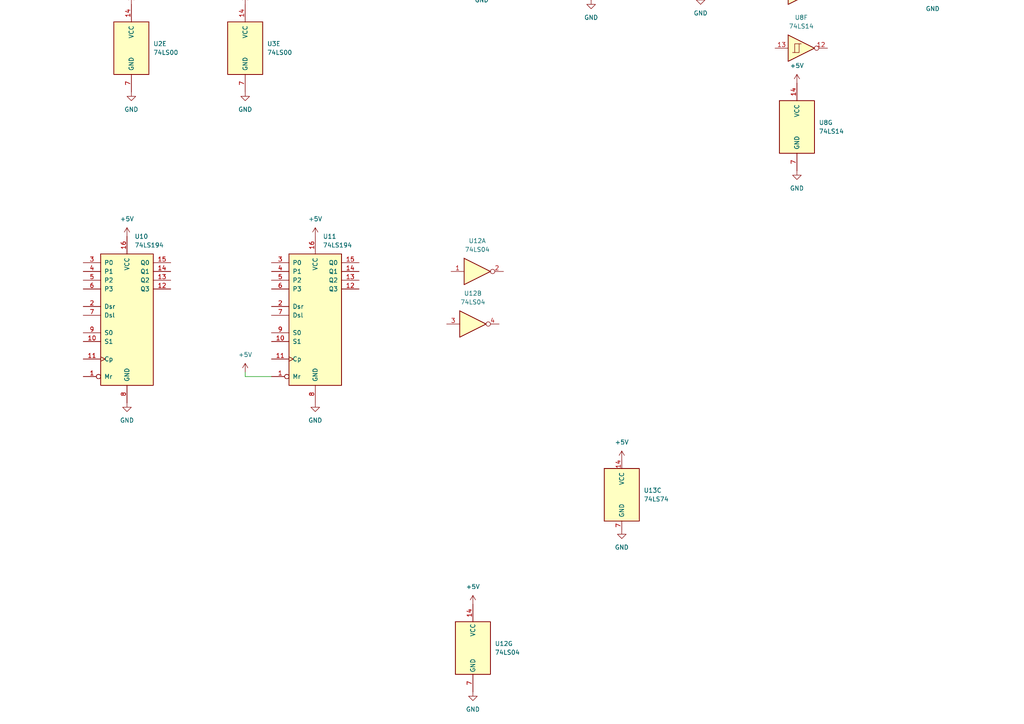
<source format=kicad_sch>
(kicad_sch (version 20230121) (generator eeschema)
  (paper "A4")
  (lib_symbols
    (symbol "74xx:74LS00" (pin_names (offset 1.016))
      (property "Reference" "U" (at 0 1.27 0))
      (property "Value" "74LS00" (at 0 -1.27 0))
      (symbol "74LS00_1_1"
        (arc (start 0 -3.81) (mid 3.7934 0) (end 0 3.81) (stroke (width 0.254)) (fill (type background)))
        (polyline (pts (xy 0 3.81) (xy -3.81 3.81) (xy -3.81 -3.81) (xy 0 -3.81)) (stroke (width 0.254)) (fill (type background)))
        (pin input line (at -7.62 2.54 0) (length 3.81) (name "~") (number "1"))
        (pin input line (at -7.62 -2.54 0) (length 3.81) (name "~") (number "2"))
        (pin output inverted (at 7.62 0 180) (length 3.81) (name "~") (number "3"))
      )
      (symbol "74LS00_1_2"
        (arc (start -3.81 -3.81) (mid -2.589 0) (end -3.81 3.81) (stroke (width 0.254)))
        (arc (start -0.6096 -3.81) (mid 2.1842 -2.5851) (end 3.81 0) (stroke (width 0.254)) (fill (type background)))
        (polyline (pts (xy -3.81 -3.81) (xy -0.635 -3.81)) (stroke (width 0.254)) (fill (type background)))
        (polyline (pts (xy -3.81 3.81) (xy -0.635 3.81)) (stroke (width 0.254)) (fill (type background)))
        (polyline (pts (xy -0.635 3.81) (xy -3.81 3.81) (xy -3.81 3.81) (xy -3.556 3.4036) (xy -3.0226 2.2606) (xy -2.6924 1.0414) (xy -2.6162 -0.254) (xy -2.7686 -1.4986) (xy -3.175 -2.7178) (xy -3.81 -3.81) (xy -3.81 -3.81) (xy -0.635 -3.81)) (stroke (width -25.4)) (fill (type background)))
        (arc (start 3.81 0) (mid 2.1915 2.5936) (end -0.6096 3.81) (stroke (width 0.254)) (fill (type background)))
        (pin input inverted (at -7.62 2.54 0) (length 4.318) (name "~") (number "1"))
        (pin input inverted (at -7.62 -2.54 0) (length 4.318) (name "~") (number "2"))
        (pin output line (at 7.62 0 180) (length 3.81) (name "~") (number "3"))
      )
      (symbol "74LS00_2_1"
        (arc (start 0 -3.81) (mid 3.7934 0) (end 0 3.81) (stroke (width 0.254)) (fill (type background)))
        (polyline (pts (xy 0 3.81) (xy -3.81 3.81) (xy -3.81 -3.81) (xy 0 -3.81)) (stroke (width 0.254)) (fill (type background)))
        (pin input line (at -7.62 2.54 0) (length 3.81) (name "~") (number "4"))
        (pin input line (at -7.62 -2.54 0) (length 3.81) (name "~") (number "5"))
        (pin output inverted (at 7.62 0 180) (length 3.81) (name "~") (number "6"))
      )
      (symbol "74LS00_2_2"
        (arc (start -3.81 -3.81) (mid -2.589 0) (end -3.81 3.81) (stroke (width 0.254)))
        (arc (start -0.6096 -3.81) (mid 2.1842 -2.5851) (end 3.81 0) (stroke (width 0.254)) (fill (type background)))
        (polyline (pts (xy -3.81 -3.81) (xy -0.635 -3.81)) (stroke (width 0.254)) (fill (type background)))
        (polyline (pts (xy -3.81 3.81) (xy -0.635 3.81)) (stroke (width 0.254)) (fill (type background)))
        (polyline (pts (xy -0.635 3.81) (xy -3.81 3.81) (xy -3.81 3.81) (xy -3.556 3.4036) (xy -3.0226 2.2606) (xy -2.6924 1.0414) (xy -2.6162 -0.254) (xy -2.7686 -1.4986) (xy -3.175 -2.7178) (xy -3.81 -3.81) (xy -3.81 -3.81) (xy -0.635 -3.81)) (stroke (width -25.4)) (fill (type background)))
        (arc (start 3.81 0) (mid 2.1915 2.5936) (end -0.6096 3.81) (stroke (width 0.254)) (fill (type background)))
        (pin input inverted (at -7.62 2.54 0) (length 4.318) (name "~") (number "4"))
        (pin input inverted (at -7.62 -2.54 0) (length 4.318) (name "~") (number "5"))
        (pin output line (at 7.62 0 180) (length 3.81) (name "~") (number "6"))
      )
      (symbol "74LS00_3_1"
        (arc (start 0 -3.81) (mid 3.7934 0) (end 0 3.81) (stroke (width 0.254)) (fill (type background)))
        (polyline (pts (xy 0 3.81) (xy -3.81 3.81) (xy -3.81 -3.81) (xy 0 -3.81)) (stroke (width 0.254)) (fill (type background)))
        (pin input line (at -7.62 -2.54 0) (length 3.81) (name "~") (number "10"))
        (pin output inverted (at 7.62 0 180) (length 3.81) (name "~") (number "8"))
        (pin input line (at -7.62 2.54 0) (length 3.81) (name "~") (number "9"))
      )
      (symbol "74LS00_3_2"
        (arc (start -3.81 -3.81) (mid -2.589 0) (end -3.81 3.81) (stroke (width 0.254)))
        (arc (start -0.6096 -3.81) (mid 2.1842 -2.5851) (end 3.81 0) (stroke (width 0.254)) (fill (type background)))
        (polyline (pts (xy -3.81 -3.81) (xy -0.635 -3.81)) (stroke (width 0.254)) (fill (type background)))
        (polyline (pts (xy -3.81 3.81) (xy -0.635 3.81)) (stroke (width 0.254)) (fill (type background)))
        (polyline (pts (xy -0.635 3.81) (xy -3.81 3.81) (xy -3.81 3.81) (xy -3.556 3.4036) (xy -3.0226 2.2606) (xy -2.6924 1.0414) (xy -2.6162 -0.254) (xy -2.7686 -1.4986) (xy -3.175 -2.7178) (xy -3.81 -3.81) (xy -3.81 -3.81) (xy -0.635 -3.81)) (stroke (width -25.4)) (fill (type background)))
        (arc (start 3.81 0) (mid 2.1915 2.5936) (end -0.6096 3.81) (stroke (width 0.254)) (fill (type background)))
        (pin input inverted (at -7.62 -2.54 0) (length 4.318) (name "~") (number "10"))
        (pin output line (at 7.62 0 180) (length 3.81) (name "~") (number "8"))
        (pin input inverted (at -7.62 2.54 0) (length 4.318) (name "~") (number "9"))
      )
      (symbol "74LS00_4_1"
        (arc (start 0 -3.81) (mid 3.7934 0) (end 0 3.81) (stroke (width 0.254)) (fill (type background)))
        (polyline (pts (xy 0 3.81) (xy -3.81 3.81) (xy -3.81 -3.81) (xy 0 -3.81)) (stroke (width 0.254)) (fill (type background)))
        (pin output inverted (at 7.62 0 180) (length 3.81) (name "~") (number "11"))
        (pin input line (at -7.62 2.54 0) (length 3.81) (name "~") (number "12"))
        (pin input line (at -7.62 -2.54 0) (length 3.81) (name "~") (number "13"))
      )
      (symbol "74LS00_4_2"
        (arc (start -3.81 -3.81) (mid -2.589 0) (end -3.81 3.81) (stroke (width 0.254)))
        (arc (start -0.6096 -3.81) (mid 2.1842 -2.5851) (end 3.81 0) (stroke (width 0.254)) (fill (type background)))
        (polyline (pts (xy -3.81 -3.81) (xy -0.635 -3.81)) (stroke (width 0.254)) (fill (type background)))
        (polyline (pts (xy -3.81 3.81) (xy -0.635 3.81)) (stroke (width 0.254)) (fill (type background)))
        (polyline (pts (xy -0.635 3.81) (xy -3.81 3.81) (xy -3.81 3.81) (xy -3.556 3.4036) (xy -3.0226 2.2606) (xy -2.6924 1.0414) (xy -2.6162 -0.254) (xy -2.7686 -1.4986) (xy -3.175 -2.7178) (xy -3.81 -3.81) (xy -3.81 -3.81) (xy -0.635 -3.81)) (stroke (width -25.4)) (fill (type background)))
        (arc (start 3.81 0) (mid 2.1915 2.5936) (end -0.6096 3.81) (stroke (width 0.254)) (fill (type background)))
        (pin output line (at 7.62 0 180) (length 3.81) (name "~") (number "11"))
        (pin input inverted (at -7.62 2.54 0) (length 4.318) (name "~") (number "12"))
        (pin input inverted (at -7.62 -2.54 0) (length 4.318) (name "~") (number "13"))
      )
      (symbol "74LS00_5_0"
        (pin power_in line (at 0 12.7 270) (length 5.08) (name "VCC") (number "14"))
        (pin power_in line (at 0 -12.7 90) (length 5.08) (name "GND") (number "7"))
      )
      (symbol "74LS00_5_1"
        (rectangle (start -5.08 7.62) (end 5.08 -7.62) (stroke (width 0.254)) (fill (type background)))
      )
    )
    (symbol "74xx:74LS04"
      (property "Reference" "U" (at 0 1.27 0))
      (property "Value" "74LS04" (at 0 -1.27 0))
      (symbol "74LS04_1_0"
        (polyline (pts (xy -3.81 3.81) (xy -3.81 -3.81) (xy 3.81 0) (xy -3.81 3.81)) (stroke (width 0.254)) (fill (type background)))
        (pin input line (at -7.62 0 0) (length 3.81) (name "~") (number "1"))
        (pin output inverted (at 7.62 0 180) (length 3.81) (name "~") (number "2"))
      )
      (symbol "74LS04_2_0"
        (polyline (pts (xy -3.81 3.81) (xy -3.81 -3.81) (xy 3.81 0) (xy -3.81 3.81)) (stroke (width 0.254)) (fill (type background)))
        (pin input line (at -7.62 0 0) (length 3.81) (name "~") (number "3"))
        (pin output inverted (at 7.62 0 180) (length 3.81) (name "~") (number "4"))
      )
      (symbol "74LS04_3_0"
        (polyline (pts (xy -3.81 3.81) (xy -3.81 -3.81) (xy 3.81 0) (xy -3.81 3.81)) (stroke (width 0.254)) (fill (type background)))
        (pin input line (at -7.62 0 0) (length 3.81) (name "~") (number "5"))
        (pin output inverted (at 7.62 0 180) (length 3.81) (name "~") (number "6"))
      )
      (symbol "74LS04_4_0"
        (polyline (pts (xy -3.81 3.81) (xy -3.81 -3.81) (xy 3.81 0) (xy -3.81 3.81)) (stroke (width 0.254)) (fill (type background)))
        (pin output inverted (at 7.62 0 180) (length 3.81) (name "~") (number "8"))
        (pin input line (at -7.62 0 0) (length 3.81) (name "~") (number "9"))
      )
      (symbol "74LS04_5_0"
        (polyline (pts (xy -3.81 3.81) (xy -3.81 -3.81) (xy 3.81 0) (xy -3.81 3.81)) (stroke (width 0.254)) (fill (type background)))
        (pin output inverted (at 7.62 0 180) (length 3.81) (name "~") (number "10"))
        (pin input line (at -7.62 0 0) (length 3.81) (name "~") (number "11"))
      )
      (symbol "74LS04_6_0"
        (polyline (pts (xy -3.81 3.81) (xy -3.81 -3.81) (xy 3.81 0) (xy -3.81 3.81)) (stroke (width 0.254)) (fill (type background)))
        (pin output inverted (at 7.62 0 180) (length 3.81) (name "~") (number "12"))
        (pin input line (at -7.62 0 0) (length 3.81) (name "~") (number "13"))
      )
      (symbol "74LS04_7_0"
        (pin power_in line (at 0 12.7 270) (length 5.08) (name "VCC") (number "14"))
        (pin power_in line (at 0 -12.7 90) (length 5.08) (name "GND") (number "7"))
      )
      (symbol "74LS04_7_1"
        (rectangle (start -5.08 7.62) (end 5.08 -7.62) (stroke (width 0.254)) (fill (type background)))
      )
    )
    (symbol "74xx:74LS107" (pin_names (offset 1.016))
      (property "Reference" "U" (at -7.62 8.89 0))
      (property "Value" "74LS107" (at -7.62 -8.89 0))
      (symbol "74LS107_1_0"
        (pin input line (at -7.62 2.54 0) (length 2.54) (name "J") (number "1"))
        (pin input clock (at -7.62 0 0) (length 2.54) (name "C") (number "12"))
        (pin input line (at 0 -7.62 90) (length 2.54) (name "~{R}") (number "13"))
        (pin output line (at 7.62 -2.54 180) (length 2.54) (name "~{Q}") (number "2"))
        (pin output line (at 7.62 2.54 180) (length 2.54) (name "Q") (number "3"))
        (pin input line (at -7.62 -2.54 0) (length 2.54) (name "K") (number "4"))
      )
      (symbol "74LS107_1_1"
        (rectangle (start -5.08 5.08) (end 5.08 -5.08) (stroke (width 0.254)) (fill (type background)))
      )
      (symbol "74LS107_2_0"
        (pin input line (at 0 -7.62 90) (length 2.54) (name "~{R}") (number "10"))
        (pin input line (at -7.62 -2.54 0) (length 2.54) (name "K") (number "11"))
        (pin output line (at 7.62 2.54 180) (length 2.54) (name "Q") (number "5"))
        (pin output line (at 7.62 -2.54 180) (length 2.54) (name "~{Q}") (number "6"))
        (pin input line (at -7.62 2.54 0) (length 2.54) (name "J") (number "8"))
        (pin input clock (at -7.62 0 0) (length 2.54) (name "C") (number "9"))
      )
      (symbol "74LS107_2_1"
        (rectangle (start -5.08 5.08) (end 5.08 -5.08) (stroke (width 0.254)) (fill (type background)))
      )
      (symbol "74LS107_3_0"
        (pin power_in line (at 0 10.16 270) (length 2.54) (name "VCC") (number "14"))
        (pin power_in line (at 0 -10.16 90) (length 2.54) (name "GND") (number "7"))
      )
      (symbol "74LS107_3_1"
        (rectangle (start -5.08 7.62) (end 5.08 -7.62) (stroke (width 0.254)) (fill (type background)))
      )
    )
    (symbol "74xx:74LS14" (pin_names (offset 1.016))
      (property "Reference" "U" (at 0 1.27 0))
      (property "Value" "74LS14" (at 0 -1.27 0))
      (symbol "74LS14_1_0"
        (polyline (pts (xy -3.81 3.81) (xy -3.81 -3.81) (xy 3.81 0) (xy -3.81 3.81)) (stroke (width 0.254)) (fill (type background)))
        (pin input line (at -7.62 0 0) (length 3.81) (name "~") (number "1"))
        (pin output inverted (at 7.62 0 180) (length 3.81) (name "~") (number "2"))
      )
      (symbol "74LS14_1_1"
        (polyline (pts (xy -1.905 -1.27) (xy -1.905 1.27) (xy -0.635 1.27)))
        (polyline (pts (xy -2.54 -1.27) (xy -0.635 -1.27) (xy -0.635 1.27) (xy 0 1.27)))
      )
      (symbol "74LS14_2_0"
        (polyline (pts (xy -3.81 3.81) (xy -3.81 -3.81) (xy 3.81 0) (xy -3.81 3.81)) (stroke (width 0.254)) (fill (type background)))
        (pin input line (at -7.62 0 0) (length 3.81) (name "~") (number "3"))
        (pin output inverted (at 7.62 0 180) (length 3.81) (name "~") (number "4"))
      )
      (symbol "74LS14_2_1"
        (polyline (pts (xy -1.905 -1.27) (xy -1.905 1.27) (xy -0.635 1.27)))
        (polyline (pts (xy -2.54 -1.27) (xy -0.635 -1.27) (xy -0.635 1.27) (xy 0 1.27)))
      )
      (symbol "74LS14_3_0"
        (polyline (pts (xy -3.81 3.81) (xy -3.81 -3.81) (xy 3.81 0) (xy -3.81 3.81)) (stroke (width 0.254)) (fill (type background)))
        (pin input line (at -7.62 0 0) (length 3.81) (name "~") (number "5"))
        (pin output inverted (at 7.62 0 180) (length 3.81) (name "~") (number "6"))
      )
      (symbol "74LS14_3_1"
        (polyline (pts (xy -1.905 -1.27) (xy -1.905 1.27) (xy -0.635 1.27)))
        (polyline (pts (xy -2.54 -1.27) (xy -0.635 -1.27) (xy -0.635 1.27) (xy 0 1.27)))
      )
      (symbol "74LS14_4_0"
        (polyline (pts (xy -3.81 3.81) (xy -3.81 -3.81) (xy 3.81 0) (xy -3.81 3.81)) (stroke (width 0.254)) (fill (type background)))
        (pin output inverted (at 7.62 0 180) (length 3.81) (name "~") (number "8"))
        (pin input line (at -7.62 0 0) (length 3.81) (name "~") (number "9"))
      )
      (symbol "74LS14_4_1"
        (polyline (pts (xy -1.905 -1.27) (xy -1.905 1.27) (xy -0.635 1.27)))
        (polyline (pts (xy -2.54 -1.27) (xy -0.635 -1.27) (xy -0.635 1.27) (xy 0 1.27)))
      )
      (symbol "74LS14_5_0"
        (polyline (pts (xy -3.81 3.81) (xy -3.81 -3.81) (xy 3.81 0) (xy -3.81 3.81)) (stroke (width 0.254)) (fill (type background)))
        (pin output inverted (at 7.62 0 180) (length 3.81) (name "~") (number "10"))
        (pin input line (at -7.62 0 0) (length 3.81) (name "~") (number "11"))
      )
      (symbol "74LS14_5_1"
        (polyline (pts (xy -1.905 -1.27) (xy -1.905 1.27) (xy -0.635 1.27)))
        (polyline (pts (xy -2.54 -1.27) (xy -0.635 -1.27) (xy -0.635 1.27) (xy 0 1.27)))
      )
      (symbol "74LS14_6_0"
        (polyline (pts (xy -3.81 3.81) (xy -3.81 -3.81) (xy 3.81 0) (xy -3.81 3.81)) (stroke (width 0.254)) (fill (type background)))
        (pin output inverted (at 7.62 0 180) (length 3.81) (name "~") (number "12"))
        (pin input line (at -7.62 0 0) (length 3.81) (name "~") (number "13"))
      )
      (symbol "74LS14_6_1"
        (polyline (pts (xy -1.905 -1.27) (xy -1.905 1.27) (xy -0.635 1.27)))
        (polyline (pts (xy -2.54 -1.27) (xy -0.635 -1.27) (xy -0.635 1.27) (xy 0 1.27)))
      )
      (symbol "74LS14_7_0"
        (pin power_in line (at 0 12.7 270) (length 5.08) (name "VCC") (number "14"))
        (pin power_in line (at 0 -12.7 90) (length 5.08) (name "GND") (number "7"))
      )
      (symbol "74LS14_7_1"
        (rectangle (start -5.08 7.62) (end 5.08 -7.62) (stroke (width 0.254)) (fill (type background)))
      )
    )
    (symbol "74xx:74LS157" (pin_names (offset 1.016))
      (property "Reference" "U" (at -7.62 19.05 0))
      (property "Value" "74LS157" (at -7.62 -21.59 0))
      (symbol "74LS157_1_0"
        (pin input line (at -12.7 -15.24 0) (length 5.08) (name "S") (number "1"))
        (pin input line (at -12.7 -2.54 0) (length 5.08) (name "I1c") (number "10"))
        (pin input line (at -12.7 0 0) (length 5.08) (name "I0c") (number "11"))
        (pin output line (at 12.7 -7.62 180) (length 5.08) (name "Zd") (number "12"))
        (pin input line (at -12.7 -10.16 0) (length 5.08) (name "I1d") (number "13"))
        (pin input line (at -12.7 -7.62 0) (length 5.08) (name "I0d") (number "14"))
        (pin input inverted (at -12.7 -17.78 0) (length 5.08) (name "E") (number "15"))
        (pin power_in line (at 0 22.86 270) (length 5.08) (name "VCC") (number "16"))
        (pin input line (at -12.7 15.24 0) (length 5.08) (name "I0a") (number "2"))
        (pin input line (at -12.7 12.7 0) (length 5.08) (name "I1a") (number "3"))
        (pin output line (at 12.7 15.24 180) (length 5.08) (name "Za") (number "4"))
        (pin input line (at -12.7 7.62 0) (length 5.08) (name "I0b") (number "5"))
        (pin input line (at -12.7 5.08 0) (length 5.08) (name "I1b") (number "6"))
        (pin output line (at 12.7 7.62 180) (length 5.08) (name "Zb") (number "7"))
        (pin power_in line (at 0 -25.4 90) (length 5.08) (name "GND") (number "8"))
        (pin output line (at 12.7 0 180) (length 5.08) (name "Zc") (number "9"))
      )
      (symbol "74LS157_1_1"
        (rectangle (start -7.62 17.78) (end 7.62 -20.32) (stroke (width 0.254)) (fill (type background)))
      )
    )
    (symbol "74xx:74LS194" (pin_names (offset 1.016))
      (property "Reference" "U" (at -7.62 19.05 0))
      (property "Value" "74LS194" (at -7.62 -21.59 0))
      (symbol "74LS194_1_0"
        (pin input inverted (at -12.7 -17.78 0) (length 5.08) (name "Mr") (number "1"))
        (pin input line (at -12.7 -7.62 0) (length 5.08) (name "S1") (number "10"))
        (pin input clock (at -12.7 -12.7 0) (length 5.08) (name "Cp") (number "11"))
        (pin output line (at 12.7 7.62 180) (length 5.08) (name "Q3") (number "12"))
        (pin output line (at 12.7 10.16 180) (length 5.08) (name "Q2") (number "13"))
        (pin output line (at 12.7 12.7 180) (length 5.08) (name "Q1") (number "14"))
        (pin output line (at 12.7 15.24 180) (length 5.08) (name "Q0") (number "15"))
        (pin power_in line (at 0 22.86 270) (length 5.08) (name "VCC") (number "16"))
        (pin input line (at -12.7 2.54 0) (length 5.08) (name "Dsr") (number "2"))
        (pin input line (at -12.7 15.24 0) (length 5.08) (name "P0") (number "3"))
        (pin input line (at -12.7 12.7 0) (length 5.08) (name "P1") (number "4"))
        (pin input line (at -12.7 10.16 0) (length 5.08) (name "P2") (number "5"))
        (pin input line (at -12.7 7.62 0) (length 5.08) (name "P3") (number "6"))
        (pin input line (at -12.7 0 0) (length 5.08) (name "Dsl") (number "7"))
        (pin power_in line (at 0 -25.4 90) (length 5.08) (name "GND") (number "8"))
        (pin input line (at -12.7 -5.08 0) (length 5.08) (name "S0") (number "9"))
      )
      (symbol "74LS194_1_1"
        (rectangle (start -7.62 17.78) (end 7.62 -20.32) (stroke (width 0.254)) (fill (type background)))
      )
    )
    (symbol "74xx:74LS20" (pin_names (offset 1.016))
      (property "Reference" "U" (at 0 1.27 0))
      (property "Value" "74LS20" (at 0 -1.27 0))
      (symbol "74LS20_1_1"
        (arc (start -0.635 -4.445) (mid 3.7907 0) (end -0.635 4.445) (stroke (width 0.254)) (fill (type background)))
        (polyline (pts (xy -0.635 4.445) (xy -3.81 4.445) (xy -3.81 -4.445) (xy -0.635 -4.445)) (stroke (width 0.254)) (fill (type background)))
        (pin input line (at -7.62 3.81 0) (length 3.81) (name "~") (number "1"))
        (pin input line (at -7.62 1.27 0) (length 3.81) (name "~") (number "2"))
        (pin input line (at -7.62 -1.27 0) (length 3.81) (name "~") (number "4"))
        (pin input line (at -7.62 -3.81 0) (length 3.81) (name "~") (number "5"))
        (pin output inverted (at 7.62 0 180) (length 3.81) (name "~") (number "6"))
      )
      (symbol "74LS20_1_2"
        (arc (start -3.81 -4.445) (mid -2.5908 0) (end -3.81 4.445) (stroke (width 0.254)))
        (arc (start -0.6096 -4.445) (mid 2.2246 -2.8422) (end 3.81 0) (stroke (width 0.254)) (fill (type background)))
        (polyline (pts (xy -3.81 -4.445) (xy -0.635 -4.445)) (stroke (width 0.254)) (fill (type background)))
        (polyline (pts (xy -3.81 4.445) (xy -0.635 4.445)) (stroke (width 0.254)) (fill (type background)))
        (polyline (pts (xy -0.635 4.445) (xy -3.81 4.445) (xy -3.81 4.445) (xy -3.6322 4.0894) (xy -3.0988 2.921) (xy -2.7686 1.6764) (xy -2.6162 0.4318) (xy -2.6416 -0.8636) (xy -2.8702 -2.1082) (xy -3.2512 -3.3274) (xy -3.81 -4.445) (xy -3.81 -4.445) (xy -0.635 -4.445)) (stroke (width -25.4)) (fill (type background)))
        (arc (start 3.81 0) (mid 2.2204 2.8379) (end -0.6096 4.445) (stroke (width 0.254)) (fill (type background)))
        (pin input inverted (at -7.62 3.81 0) (length 3.81) (name "~") (number "1"))
        (pin input inverted (at -7.62 1.27 0) (length 4.826) (name "~") (number "2"))
        (pin input inverted (at -7.62 -1.27 0) (length 4.826) (name "~") (number "4"))
        (pin input inverted (at -7.62 -3.81 0) (length 3.81) (name "~") (number "5"))
        (pin output line (at 7.62 0 180) (length 3.81) (name "~") (number "6"))
      )
      (symbol "74LS20_2_1"
        (arc (start -0.635 -4.445) (mid 3.7907 0) (end -0.635 4.445) (stroke (width 0.254)) (fill (type background)))
        (polyline (pts (xy -0.635 4.445) (xy -3.81 4.445) (xy -3.81 -4.445) (xy -0.635 -4.445)) (stroke (width 0.254)) (fill (type background)))
        (pin input line (at -7.62 1.27 0) (length 3.81) (name "~") (number "10"))
        (pin input line (at -7.62 -1.27 0) (length 3.81) (name "~") (number "12"))
        (pin input line (at -7.62 -3.81 0) (length 3.81) (name "~") (number "13"))
        (pin output inverted (at 7.62 0 180) (length 3.81) (name "~") (number "8"))
        (pin input line (at -7.62 3.81 0) (length 3.81) (name "~") (number "9"))
      )
      (symbol "74LS20_2_2"
        (arc (start -3.81 -4.445) (mid -2.5908 0) (end -3.81 4.445) (stroke (width 0.254)))
        (arc (start -0.6096 -4.445) (mid 2.2246 -2.8422) (end 3.81 0) (stroke (width 0.254)) (fill (type background)))
        (polyline (pts (xy -3.81 -4.445) (xy -0.635 -4.445)) (stroke (width 0.254)) (fill (type background)))
        (polyline (pts (xy -3.81 4.445) (xy -0.635 4.445)) (stroke (width 0.254)) (fill (type background)))
        (polyline (pts (xy -0.635 4.445) (xy -3.81 4.445) (xy -3.81 4.445) (xy -3.6322 4.0894) (xy -3.0988 2.921) (xy -2.7686 1.6764) (xy -2.6162 0.4318) (xy -2.6416 -0.8636) (xy -2.8702 -2.1082) (xy -3.2512 -3.3274) (xy -3.81 -4.445) (xy -3.81 -4.445) (xy -0.635 -4.445)) (stroke (width -25.4)) (fill (type background)))
        (arc (start 3.81 0) (mid 2.2204 2.8379) (end -0.6096 4.445) (stroke (width 0.254)) (fill (type background)))
        (pin input inverted (at -7.62 1.27 0) (length 4.826) (name "~") (number "10"))
        (pin input inverted (at -7.62 -1.27 0) (length 4.826) (name "~") (number "12"))
        (pin input inverted (at -7.62 -3.81 0) (length 3.81) (name "~") (number "13"))
        (pin output line (at 7.62 0 180) (length 3.81) (name "~") (number "8"))
        (pin input inverted (at -7.62 3.81 0) (length 3.81) (name "~") (number "9"))
      )
      (symbol "74LS20_3_0"
        (pin power_in line (at 0 12.7 270) (length 5.08) (name "VCC") (number "14"))
        (pin power_in line (at 0 -12.7 90) (length 5.08) (name "GND") (number "7"))
      )
      (symbol "74LS20_3_1"
        (rectangle (start -5.08 7.62) (end 5.08 -7.62) (stroke (width 0.254)) (fill (type background)))
      )
    )
    (symbol "74xx:74LS74" (pin_names (offset 1.016))
      (property "Reference" "U" (at -7.62 8.89 0))
      (property "Value" "74LS74" (at -7.62 -8.89 0))
      (symbol "74LS74_1_0"
        (pin input line (at 0 -7.62 90) (length 2.54) (name "~{R}") (number "1"))
        (pin input line (at -7.62 2.54 0) (length 2.54) (name "D") (number "2"))
        (pin input clock (at -7.62 0 0) (length 2.54) (name "C") (number "3"))
        (pin input line (at 0 7.62 270) (length 2.54) (name "~{S}") (number "4"))
        (pin output line (at 7.62 2.54 180) (length 2.54) (name "Q") (number "5"))
        (pin output line (at 7.62 -2.54 180) (length 2.54) (name "~{Q}") (number "6"))
      )
      (symbol "74LS74_1_1"
        (rectangle (start -5.08 5.08) (end 5.08 -5.08) (stroke (width 0.254)) (fill (type background)))
      )
      (symbol "74LS74_2_0"
        (pin input line (at 0 7.62 270) (length 2.54) (name "~{S}") (number "10"))
        (pin input clock (at -7.62 0 0) (length 2.54) (name "C") (number "11"))
        (pin input line (at -7.62 2.54 0) (length 2.54) (name "D") (number "12"))
        (pin input line (at 0 -7.62 90) (length 2.54) (name "~{R}") (number "13"))
        (pin output line (at 7.62 -2.54 180) (length 2.54) (name "~{Q}") (number "8"))
        (pin output line (at 7.62 2.54 180) (length 2.54) (name "Q") (number "9"))
      )
      (symbol "74LS74_2_1"
        (rectangle (start -5.08 5.08) (end 5.08 -5.08) (stroke (width 0.254)) (fill (type background)))
      )
      (symbol "74LS74_3_0"
        (pin power_in line (at 0 10.16 270) (length 2.54) (name "VCC") (number "14"))
        (pin power_in line (at 0 -10.16 90) (length 2.54) (name "GND") (number "7"))
      )
      (symbol "74LS74_3_1"
        (rectangle (start -5.08 7.62) (end 5.08 -7.62) (stroke (width 0.254)) (fill (type background)))
      )
    )
    (symbol "Connector_Generic:Conn_02x14_Counter_Clockwise" (pin_names (offset 1.016) hide)
      (property "Reference" "J" (at 1.27 17.78 0))
      (property "Value" "Conn_02x14_Counter_Clockwise" (at 1.27 -20.32 0))
      (symbol "Conn_02x14_Counter_Clockwise_1_1"
        (rectangle (start -1.27 -17.653) (end 0 -17.907) (stroke (width 0.1524)))
        (rectangle (start -1.27 -15.113) (end 0 -15.367) (stroke (width 0.1524)))
        (rectangle (start -1.27 -12.573) (end 0 -12.827) (stroke (width 0.1524)))
        (rectangle (start -1.27 -10.033) (end 0 -10.287) (stroke (width 0.1524)))
        (rectangle (start -1.27 -7.493) (end 0 -7.747) (stroke (width 0.1524)))
        (rectangle (start -1.27 -4.953) (end 0 -5.207) (stroke (width 0.1524)))
        (rectangle (start -1.27 -2.413) (end 0 -2.667) (stroke (width 0.1524)))
        (rectangle (start -1.27 0.127) (end 0 -0.127) (stroke (width 0.1524)))
        (rectangle (start -1.27 2.667) (end 0 2.413) (stroke (width 0.1524)))
        (rectangle (start -1.27 5.207) (end 0 4.953) (stroke (width 0.1524)))
        (rectangle (start -1.27 7.747) (end 0 7.493) (stroke (width 0.1524)))
        (rectangle (start -1.27 10.287) (end 0 10.033) (stroke (width 0.1524)))
        (rectangle (start -1.27 12.827) (end 0 12.573) (stroke (width 0.1524)))
        (rectangle (start -1.27 15.367) (end 0 15.113) (stroke (width 0.1524)))
        (rectangle (start -1.27 16.51) (end 3.81 -19.05) (stroke (width 0.254)) (fill (type background)))
        (rectangle (start 3.81 -17.653) (end 2.54 -17.907) (stroke (width 0.1524)))
        (rectangle (start 3.81 -15.113) (end 2.54 -15.367) (stroke (width 0.1524)))
        (rectangle (start 3.81 -12.573) (end 2.54 -12.827) (stroke (width 0.1524)))
        (rectangle (start 3.81 -10.033) (end 2.54 -10.287) (stroke (width 0.1524)))
        (rectangle (start 3.81 -7.493) (end 2.54 -7.747) (stroke (width 0.1524)))
        (rectangle (start 3.81 -4.953) (end 2.54 -5.207) (stroke (width 0.1524)))
        (rectangle (start 3.81 -2.413) (end 2.54 -2.667) (stroke (width 0.1524)))
        (rectangle (start 3.81 0.127) (end 2.54 -0.127) (stroke (width 0.1524)))
        (rectangle (start 3.81 2.667) (end 2.54 2.413) (stroke (width 0.1524)))
        (rectangle (start 3.81 5.207) (end 2.54 4.953) (stroke (width 0.1524)))
        (rectangle (start 3.81 7.747) (end 2.54 7.493) (stroke (width 0.1524)))
        (rectangle (start 3.81 10.287) (end 2.54 10.033) (stroke (width 0.1524)))
        (rectangle (start 3.81 12.827) (end 2.54 12.573) (stroke (width 0.1524)))
        (rectangle (start 3.81 15.367) (end 2.54 15.113) (stroke (width 0.1524)))
        (pin passive line (at -5.08 15.24 0) (length 3.81) (name "Pin_1") (number "1"))
        (pin passive line (at -5.08 -7.62 0) (length 3.81) (name "Pin_10") (number "10"))
        (pin passive line (at -5.08 -10.16 0) (length 3.81) (name "Pin_11") (number "11"))
        (pin passive line (at -5.08 -12.7 0) (length 3.81) (name "Pin_12") (number "12"))
        (pin passive line (at -5.08 -15.24 0) (length 3.81) (name "Pin_13") (number "13"))
        (pin passive line (at -5.08 -17.78 0) (length 3.81) (name "Pin_14") (number "14"))
        (pin passive line (at 7.62 -17.78 180) (length 3.81) (name "Pin_15") (number "15"))
        (pin passive line (at 7.62 -15.24 180) (length 3.81) (name "Pin_16") (number "16"))
        (pin passive line (at 7.62 -12.7 180) (length 3.81) (name "Pin_17") (number "17"))
        (pin passive line (at 7.62 -10.16 180) (length 3.81) (name "Pin_18") (number "18"))
        (pin passive line (at 7.62 -7.62 180) (length 3.81) (name "Pin_19") (number "19"))
        (pin passive line (at -5.08 12.7 0) (length 3.81) (name "Pin_2") (number "2"))
        (pin passive line (at 7.62 -5.08 180) (length 3.81) (name "Pin_20") (number "20"))
        (pin passive line (at 7.62 -2.54 180) (length 3.81) (name "Pin_21") (number "21"))
        (pin passive line (at 7.62 0 180) (length 3.81) (name "Pin_22") (number "22"))
        (pin passive line (at 7.62 2.54 180) (length 3.81) (name "Pin_23") (number "23"))
        (pin passive line (at 7.62 5.08 180) (length 3.81) (name "Pin_24") (number "24"))
        (pin passive line (at 7.62 7.62 180) (length 3.81) (name "Pin_25") (number "25"))
        (pin passive line (at 7.62 10.16 180) (length 3.81) (name "Pin_26") (number "26"))
        (pin passive line (at 7.62 12.7 180) (length 3.81) (name "Pin_27") (number "27"))
        (pin passive line (at 7.62 15.24 180) (length 3.81) (name "Pin_28") (number "28"))
        (pin passive line (at -5.08 10.16 0) (length 3.81) (name "Pin_3") (number "3"))
        (pin passive line (at -5.08 7.62 0) (length 3.81) (name "Pin_4") (number "4"))
        (pin passive line (at -5.08 5.08 0) (length 3.81) (name "Pin_5") (number "5"))
        (pin passive line (at -5.08 2.54 0) (length 3.81) (name "Pin_6") (number "6"))
        (pin passive line (at -5.08 0 0) (length 3.81) (name "Pin_7") (number "7"))
        (pin passive line (at -5.08 -2.54 0) (length 3.81) (name "Pin_8") (number "8"))
        (pin passive line (at -5.08 -5.08 0) (length 3.81) (name "Pin_9") (number "9"))
      )
    )
    (symbol "power:+5V" (power) (pin_names (offset 0))
      (property "Value" "+5V" (at 0 3.556 0))
      (symbol "+5V_0_1"
        (polyline (pts (xy -0.762 1.27) (xy 0 2.54)))
        (polyline (pts (xy 0 0) (xy 0 2.54)))
        (polyline (pts (xy 0 2.54) (xy 0.762 1.27)))
      )
      (symbol "+5V_1_1"
        (pin power_in line (at 0 0 90) (length 0) hide (name "+5V") (number "1"))
      )
    )
    (symbol "power:GND" (power) (pin_names (offset 0))
      (property "Value" "GND" (at 0 -3.81 0))
      (symbol "GND_0_1"
        (polyline (pts (xy 0 0) (xy 0 -1.27) (xy 1.27 -1.27) (xy 0 -2.54) (xy -1.27 -1.27) (xy 0 -1.27)))
      )
      (symbol "GND_1_1"
        (pin power_in line (at 0 0 270) (length 0) hide (name "GND") (number "1"))
      )
    )
    (symbol "power:PWR_FLAG" (power) (pin_numbers hide) (pin_names (offset 0) hide)
      (property "Value" "PWR_FLAG" (at 0 3.81 0))
      (symbol "PWR_FLAG_0_0"
        (pin power_out line (at 0 0 90) (length 0) (name "pwr") (number "1"))
      )
      (symbol "PWR_FLAG_0_1"
        (polyline (pts (xy 0 0) (xy 0 1.27) (xy -1.016 1.905) (xy 0 2.54) (xy 1.016 1.905) (xy 0 1.27)))
      )
    )
  )
  (junction (at -251.46 78.74))
  (junction (at -229.87 45.72))
  (wire (pts (xy -39.37 113.03) (xy -39.37 107.95)))
  (wire (pts (xy -251.46 78.74) (xy -251.46 82.55)))
  (wire (pts (xy 187.96 -64.77) (xy 187.96 -87.63)))
  (wire (pts (xy 67.31 280.67) (xy 67.31 279.4)))
  (wire (pts (xy -44.45 113.03) (xy -39.37 113.03)))
  (wire (pts (xy 187.96 -87.63) (xy 161.29 -87.63)))
  (wire (pts (xy 165.1 -54.61) (xy 171.45 -54.61)))
  (wire (pts (xy 161.29 -87.63) (xy 161.29 -69.85)))
  (wire (pts (xy 161.29 -69.85) (xy 163.83 -69.85)))
  (wire (pts (xy 171.45 -54.61) (xy 171.45 -59.69)))
  (wire (pts (xy 78.74 109.22) (xy 71.12 109.22)))
  (wire (pts (xy 25.4 279.4) (xy 17.78 279.4)))
  (wire (pts (xy 179.07 -64.77) (xy 187.96 -64.77)))
  (wire (pts (xy 171.45 -78.74) (xy 171.45 -74.93)))
  (wire (pts (xy -57.15 146.05) (xy -60.96 146.05)))
  (wire (pts (xy 74.93 280.67) (xy 67.31 280.67)))
  (wire (pts (xy -60.96 146.05) (xy -60.96 149.86)))
  (wire (pts (xy -229.87 45.72) (xy -229.87 38.1)))
  (wire (pts (xy 17.78 279.4) (xy 17.78 278.13)))
  (wire (pts (xy -247.65 78.74) (xy -251.46 78.74)))
  (wire (pts (xy -234.95 45.72) (xy -229.87 45.72)))
  (wire (pts (xy 71.12 109.22) (xy 71.12 107.95)))
  (symbol (lib_id "74xx:74LS14") (at 232.41 -2.54 0) (unit 5)
    (property "Reference" "U8" (at 232.41 -11.43 0))
    (property "Value" "74LS14" (at 232.41 -8.89 0))
    (property "Footprint" "Package_DIP:DIP-14_W7.62mm" (effects hide))
    (property "Datasheet" "http://www.ti.com/lit/gpn/sn74LS14" (effects hide))
  )
  (symbol (lib_id "power:GND") (at 270.51 -2.54 0) (unit 1)
    (property "Reference" "#PWR040" (effects hide))
    (property "Value" "GND" (at 270.51 2.54 0))
  )
  (symbol (lib_id "power:+5V") (at 36.83 68.58 0) (unit 1)
    (property "Reference" "#PWR027" (effects hide))
    (property "Value" "+5V" (at 36.83 63.5 0))
  )
  (symbol (lib_id "power:GND") (at 171.45 0 0) (unit 1)
    (property "Reference" "#PWR010" (effects hide))
    (property "Value" "GND" (at 171.45 5.08 0))
  )
  (symbol (lib_id "power:GND") (at 87.63 288.29 0) (unit 1)
    (property "Reference" "#PWR022" (effects hide))
    (property "Value" "GND" (at 87.63 293.37 0))
  )
  (symbol (lib_id "power:GND") (at 137.16 200.66 0) (unit 1)
    (property "Reference" "#PWR020" (effects hide))
    (property "Value" "GND" (at 137.16 205.74 0))
  )
  (symbol (lib_id "power:+5V") (at 107.95 -27.94 0) (unit 1)
    (property "Reference" "#PWR045" (effects hide))
    (property "Value" "+5V" (at 107.95 -33.02 0))
  )
  (symbol (lib_id "74xx:74LS04") (at 137.16 93.98 0) (unit 2)
    (property "Reference" "U12" (at 137.16 85.09 0))
    (property "Value" "74LS04" (at 137.16 87.63 0))
    (property "Footprint" "Package_DIP:DIP-14_W7.62mm" (effects hide))
    (property "Datasheet" "http://www.ti.com/lit/gpn/sn74LS04" (effects hide))
  )
  (symbol (lib_id "power:GND") (at 71.12 26.67 0) (unit 1)
    (property "Reference" "#PWR012" (effects hide))
    (property "Value" "GND" (at 71.12 31.75 0))
  )
  (symbol (lib_id "power:+5V") (at 139.7 -25.4 0) (unit 1)
    (property "Reference" "#PWR044" (effects hide))
    (property "Value" "+5V" (at 139.7 -30.48 0))
  )
  (symbol (lib_id "74xx:74LS00") (at 71.12 13.97 0) (unit 5)
    (property "Reference" "U3" (at 77.47 12.7 0) (effects (justify left)))
    (property "Value" "74LS00" (at 77.47 15.24 0) (effects (justify left)))
    (property "Footprint" "Package_DIP:DIP-14_W7.62mm" (effects hide))
    (property "Datasheet" "http://www.ti.com/lit/gpn/sn74ls00" (effects hide))
  )
  (symbol (lib_id "74xx:74LS00") (at 36.83 -12.7 0) (unit 4)
    (property "Reference" "U2" (at 36.8217 -21.59 0))
    (property "Value" "74LS00" (at 36.8217 -19.05 0))
    (property "Footprint" "Package_DIP:DIP-14_W7.62mm" (effects hide))
    (property "Datasheet" "http://www.ti.com/lit/gpn/sn74ls00" (effects hide))
  )
  (symbol (lib_id "74xx:74LS00") (at 38.1 -52.07 0) (unit 2)
    (property "Reference" "U2" (at 38.0917 -60.96 0))
    (property "Value" "74LS00" (at 38.0917 -58.42 0))
    (property "Footprint" "Package_DIP:DIP-14_W7.62mm" (effects hide))
    (property "Datasheet" "http://www.ti.com/lit/gpn/sn74ls00" (effects hide))
  )
  (symbol (lib_id "power:GND") (at 139.7 -5.08 0) (unit 1)
    (property "Reference" "#PWR09" (effects hide))
    (property "Value" "GND" (at 139.7 0 0))
  )
  (symbol (lib_id "power:GND") (at 38.1 26.67 0) (unit 1)
    (property "Reference" "#PWR013" (effects hide))
    (property "Value" "GND" (at 38.1 31.75 0))
  )
  (symbol (lib_id "power:GND") (at 91.44 116.84 0) (unit 1)
    (property "Reference" "#PWR016" (effects hide))
    (property "Value" "GND" (at 91.44 121.92 0))
  )
  (symbol (lib_id "74xx:74LS00") (at 38.1 -31.75 0) (unit 3)
    (property "Reference" "U2" (at 38.0917 -40.64 0))
    (property "Value" "74LS00" (at 38.0917 -38.1 0))
    (property "Footprint" "Package_DIP:DIP-14_W7.62mm" (effects hide))
    (property "Datasheet" "http://www.ti.com/lit/gpn/sn74ls00" (effects hide))
  )
  (symbol (lib_id "power:+5V") (at 132.08 330.2 0) (unit 1)
    (property "Reference" "#PWR036" (effects hide))
    (property "Value" "+5V" (at 132.08 325.12 0))
  )
  (symbol (lib_id "74xx:74LS00") (at 69.85 -31.75 0) (unit 3)
    (property "Reference" "U3" (at 69.8417 -40.64 0))
    (property "Value" "74LS00" (at 69.8417 -38.1 0))
    (property "Footprint" "Package_DIP:DIP-14_W7.62mm" (effects hide))
    (property "Datasheet" "http://www.ti.com/lit/gpn/sn74ls00" (effects hide))
  )
  (symbol (lib_id "74xx:74LS74") (at 107.95 -67.31 0) (unit 1)
    (property "Reference" "U4" (at 110.1441 -77.47 0) (effects (justify left)))
    (property "Value" "74LS74" (at 110.1441 -74.93 0) (effects (justify left)))
    (property "Footprint" "Package_DIP:DIP-14_W7.62mm" (effects hide))
    (property "Datasheet" "74xx/74hc_hct74.pdf" (effects hide))
  )
  (symbol (lib_id "power:+5V") (at 180.34 133.35 0) (unit 1)
    (property "Reference" "#PWR038" (effects hide))
    (property "Value" "+5V" (at 180.34 128.27 0))
  )
  (symbol (lib_id "74xx:74LS74") (at 107.95 -17.78 0) (unit 3)
    (property "Reference" "U4" (at 114.3 -19.05 0) (effects (justify left)))
    (property "Value" "74LS74" (at 114.3 -16.51 0) (effects (justify left)))
    (property "Footprint" "Package_DIP:DIP-14_W7.62mm" (effects hide))
    (property "Datasheet" "74xx/74hc_hct74.pdf" (effects hide))
  )
  (symbol (lib_id "power:GND") (at 179.07 320.04 0) (unit 1)
    (property "Reference" "#PWR024" (effects hide))
    (property "Value" "GND" (at 179.07 325.12 0))
  )
  (symbol (lib_id "74xx:74LS00") (at 74.93 -52.07 0) (unit 2)
    (property "Reference" "U3" (at 74.9217 -60.96 0))
    (property "Value" "74LS00" (at 74.9217 -58.42 0))
    (property "Footprint" "Package_DIP:DIP-14_W7.62mm" (effects hide))
    (property "Datasheet" "http://www.ti.com/lit/gpn/sn74ls00" (effects hide))
  )
  (symbol (lib_id "power:+5V") (at 67.31 279.4 0) (unit 1)
    (property "Reference" "#PWR050" (effects hide))
    (property "Value" "+5V" (at 67.31 274.32 0))
  )
  (symbol (lib_id "74xx:74LS00") (at 38.1 13.97 0) (unit 5)
    (property "Reference" "U2" (at 44.45 12.7 0) (effects (justify left)))
    (property "Value" "74LS00" (at 44.45 15.24 0) (effects (justify left)))
    (property "Footprint" "Package_DIP:DIP-14_W7.62mm" (effects hide))
    (property "Datasheet" "http://www.ti.com/lit/gpn/sn74ls00" (effects hide))
  )
  (symbol (lib_id "power:+5V") (at -39.37 107.95 0) (unit 1)
    (property "Reference" "#PWR06" (effects hide))
    (property "Value" "+5V" (at -39.37 102.87 0))
  )
  (symbol (lib_id "Connector_Generic:Conn_02x14_Counter_Clockwise") (at -242.57 60.96 0) (unit 1)
    (property "Reference" "J_K083" (at -241.3 39.37 0))
    (property "Value" "Conn_02x14_Counter_Clockwise" (at -241.3 41.91 0))
    (property "Footprint" "Package_DIP:DIP-28_W15.24mm" (effects hide))
  )
  (symbol (lib_id "power:+5V") (at 203.2 -26.67 0) (unit 1)
    (property "Reference" "#PWR042" (effects hide))
    (property "Value" "+5V" (at 203.2 -31.75 0))
  )
  (symbol (lib_id "74xx:74LS107") (at 270.51 -39.37 0) (unit 2)
    (property "Reference" "U9" (at 270.51 -49.53 0))
    (property "Value" "74LS107" (at 270.51 -46.99 0))
    (property "Footprint" "Package_DIP:DIP-14_W7.62mm" (effects hide))
    (property "Datasheet" "http://www.ti.com/lit/gpn/sn74LS107" (effects hide))
  )
  (symbol (lib_id "power:+5V") (at 171.45 -20.32 0) (unit 1)
    (property "Reference" "#PWR043" (effects hide))
    (property "Value" "+5V" (at 171.45 -25.4 0))
  )
  (symbol (lib_id "power:GND") (at 132.08 355.6 0) (unit 1)
    (property "Reference" "#PWR023" (effects hide))
    (property "Value" "GND" (at 132.08 360.68 0))
  )
  (symbol (lib_id "power:GND") (at 203.2 -1.27 0) (unit 1)
    (property "Reference" "#PWR011" (effects hide))
    (property "Value" "GND" (at 203.2 3.81 0))
  )
  (symbol (lib_id "74xx:74LS107") (at 270.51 -66.04 0) (unit 1)
    (property "Reference" "U9" (at 270.51 -76.2 0))
    (property "Value" "74LS107" (at 270.51 -73.66 0))
    (property "Footprint" "Package_DIP:DIP-14_W7.62mm" (effects hide))
    (property "Datasheet" "http://www.ti.com/lit/gpn/sn74LS107" (effects hide))
  )
  (symbol (lib_id "74xx:74LS20") (at 203.2 -13.97 0) (unit 3)
    (property "Reference" "U7" (at 209.55 -15.24 0) (effects (justify left)))
    (property "Value" "74LS20" (at 209.55 -12.7 0) (effects (justify left)))
    (property "Footprint" "Package_DIP:DIP-14_W7.62mm" (effects hide))
    (property "Datasheet" "http://www.ti.com/lit/gpn/sn74LS20" (effects hide))
  )
  (symbol (lib_id "power:+5V") (at 179.07 299.72 0) (unit 1)
    (property "Reference" "#PWR035" (effects hide))
    (property "Value" "+5V" (at 179.07 294.64 0))
  )
  (symbol (lib_id "power:GND") (at 36.83 116.84 0) (unit 1)
    (property "Reference" "#PWR015" (effects hide))
    (property "Value" "GND" (at 36.83 121.92 0))
  )
  (symbol (lib_id "74xx:74LS194") (at 91.44 91.44 0) (unit 1)
    (property "Reference" "U11" (at 93.6341 68.58 0) (effects (justify left)))
    (property "Value" "74LS194" (at 93.6341 71.12 0) (effects (justify left)))
    (property "Footprint" "Package_DIP:DIP-16_W7.62mm" (effects hide))
    (property "Datasheet" "http://www.ti.com/lit/gpn/sn74LS194" (effects hide))
  )
  (symbol (lib_id "74xx:74LS74") (at 180.34 143.51 0) (unit 3)
    (property "Reference" "U13" (at 186.69 142.24 0) (effects (justify left)))
    (property "Value" "74LS74" (at 186.69 144.78 0) (effects (justify left)))
    (property "Footprint" "Package_DIP:DIP-14_W7.62mm" (effects hide))
    (property "Datasheet" "74xx/74hc_hct74.pdf" (effects hide))
  )
  (symbol (lib_id "74xx:74LS74") (at 179.07 309.88 0) (unit 3)
    (property "Reference" "U19" (at 185.42 308.61 0) (effects (justify left)))
    (property "Value" "74LS74" (at 185.42 311.15 0) (effects (justify left)))
    (property "Footprint" "Package_DIP:DIP-14_W7.62mm" (effects hide))
    (property "Datasheet" "74xx/74hc_hct74.pdf" (effects hide))
  )
  (symbol (lib_id "74xx:74LS04") (at 137.16 187.96 0) (unit 7)
    (property "Reference" "U12" (at 143.51 186.69 0) (effects (justify left)))
    (property "Value" "74LS04" (at 143.51 189.23 0) (effects (justify left)))
    (property "Footprint" "Package_DIP:DIP-14_W7.62mm" (effects hide))
    (property "Datasheet" "http://www.ti.com/lit/gpn/sn74LS04" (effects hide))
  )
  (symbol (lib_id "power:GND") (at 231.14 49.53 0) (unit 1)
    (property "Reference" "#PWR014" (effects hide))
    (property "Value" "GND" (at 231.14 54.61 0))
  )
  (symbol (lib_id "power:PWR_FLAG") (at -229.87 45.72 270) (unit 1)
    (property "Reference" "#FLG01" (effects hide))
    (property "Value" "PWR_FLAG" (at -226.06 45.72 90) (effects (justify left)))
  )
  (symbol (lib_id "74xx:74LS04") (at 138.43 78.74 0) (unit 1)
    (property "Reference" "U12" (at 138.43 69.85 0))
    (property "Value" "74LS04" (at 138.43 72.39 0))
    (property "Footprint" "Package_DIP:DIP-14_W7.62mm" (effects hide))
    (property "Datasheet" "http://www.ti.com/lit/gpn/sn74LS04" (effects hide))
  )
  (symbol (lib_id "74xx:74LS194") (at 87.63 262.89 0) (unit 1)
    (property "Reference" "U17" (at 89.8241 240.03 0) (effects (justify left)))
    (property "Value" "74LS194" (at 89.8241 242.57 0) (effects (justify left)))
    (property "Footprint" "Package_DIP:DIP-16_W7.62mm" (effects hide))
    (property "Datasheet" "http://www.ti.com/lit/gpn/sn74LS194" (effects hide))
  )
  (symbol (lib_id "power:+5V") (at 71.12 107.95 0) (unit 1)
    (property "Reference" "#PWR049" (effects hide))
    (property "Value" "+5V" (at 71.12 102.87 0))
  )
  (symbol (lib_id "74xx:74LS74") (at 171.45 -67.31 0) (unit 1)
    (property "Reference" "U6" (at 173.6441 -77.47 0) (effects (justify left)))
    (property "Value" "74LS74" (at 173.6441 -74.93 0) (effects (justify left)))
    (property "Footprint" "Package_DIP:DIP-14_W7.62mm" (effects hide))
    (property "Datasheet" "74xx/74hc_hct74.pdf" (effects hide))
  )
  (symbol (lib_id "power:+5V") (at 71.12 1.27 0) (unit 1)
    (property "Reference" "#PWR046" (effects hide))
    (property "Value" "+5V" (at 71.12 -3.81 0))
  )
  (symbol (lib_id "74xx:74LS20") (at 204.47 -66.04 0) (unit 1)
    (property "Reference" "U7" (at 204.4603 -74.93 0))
    (property "Value" "74LS20" (at 204.4603 -72.39 0))
    (property "Footprint" "Package_DIP:DIP-14_W7.62mm" (effects hide))
    (property "Datasheet" "http://www.ti.com/lit/gpn/sn74LS20" (effects hide))
  )
  (symbol (lib_id "power:GND") (at -60.96 149.86 0) (unit 1)
    (property "Reference" "#PWR05" (effects hide))
    (property "Value" "GND" (at -60.96 154.94 0))
  )
  (symbol (lib_id "74xx:74LS74") (at 171.45 -10.16 0) (unit 3)
    (property "Reference" "U6" (at 177.8 -11.43 0) (effects (justify left)))
    (property "Value" "74LS74" (at 177.8 -8.89 0) (effects (justify left)))
    (property "Footprint" "Package_DIP:DIP-14_W7.62mm" (effects hide))
    (property "Datasheet" "74xx/74hc_hct74.pdf" (effects hide))
  )
  (symbol (lib_id "74xx:74LS00") (at 39.37 -71.12 0) (unit 1)
    (property "Reference" "U2" (at 39.3617 -80.01 0))
    (property "Value" "74LS00" (at 39.3617 -77.47 0))
    (property "Footprint" "Package_DIP:DIP-14_W7.62mm" (effects hide))
    (property "Datasheet" "http://www.ti.com/lit/gpn/sn74ls00" (effects hide))
  )
  (symbol (lib_id "power:+5V") (at 3.81 -76.2 0) (unit 1)
    (property "Reference" "#PWR048" (effects hide))
    (property "Value" "+5V" (at 3.81 -81.28 0))
  )
  (symbol (lib_id "power:+5V") (at 38.1 1.27 0) (unit 1)
    (property "Reference" "#PWR047" (effects hide))
    (property "Value" "+5V" (at 38.1 -3.81 0))
  )
  (symbol (lib_id "power:GND") (at 38.1 287.02 0) (unit 1)
    (property "Reference" "#PWR021" (effects hide))
    (property "Value" "GND" (at 38.1 292.1 0))
  )
  (symbol (lib_id "74xx:74LS00") (at 132.08 342.9 0) (unit 5)
    (property "Reference" "U18" (at 138.43 341.63 0) (effects (justify left)))
    (property "Value" "74LS00" (at 138.43 344.17 0) (effects (justify left)))
    (property "Footprint" "Package_DIP:DIP-14_W7.62mm" (effects hide))
    (property "Datasheet" "http://www.ti.com/lit/gpn/sn74ls00" (effects hide))
  )
  (symbol (lib_id "power:+5V") (at 270.51 -22.86 0) (unit 1)
    (property "Reference" "#PWR041" (effects hide))
    (property "Value" "+5V" (at 270.51 -27.94 0))
  )
  (symbol (lib_id "power:+5V") (at 38.1 238.76 0) (unit 1)
    (property "Reference" "#PWR031" (effects hide))
    (property "Value" "+5V" (at 38.1 233.68 0))
  )
  (symbol (lib_id "74xx:74LS74") (at 139.7 -15.24 0) (unit 3)
    (property "Reference" "U5" (at 146.05 -16.51 0) (effects (justify left)))
    (property "Value" "74LS74" (at 146.05 -13.97 0) (effects (justify left)))
    (property "Footprint" "Package_DIP:DIP-14_W7.62mm" (effects hide))
    (property "Datasheet" "74xx/74hc_hct74.pdf" (effects hide))
  )
  (symbol (lib_id "74xx:74LS74") (at 107.95 -43.18 0) (unit 2)
    (property "Reference" "U4" (at 110.1441 -53.34 0) (effects (justify left)))
    (property "Value" "74LS74" (at 110.1441 -50.8 0) (effects (justify left)))
    (property "Footprint" "Package_DIP:DIP-14_W7.62mm" (effects hide))
    (property "Datasheet" "74xx/74hc_hct74.pdf" (effects hide))
  )
  (symbol (lib_id "power:+5V") (at 165.1 -54.61 0) (unit 1)
    (property "Reference" "#PWR055" (effects hide))
    (property "Value" "+5V" (at 165.1 -59.69 0))
  )
  (symbol (lib_id "74xx:74LS14") (at 232.41 13.97 0) (unit 6)
    (property "Reference" "U8" (at 232.41 5.08 0))
    (property "Value" "74LS14" (at 232.41 7.62 0))
    (property "Footprint" "Package_DIP:DIP-14_W7.62mm" (effects hide))
    (property "Datasheet" "http://www.ti.com/lit/gpn/sn74LS14" (effects hide))
  )
  (symbol (lib_id "power:+5V") (at 137.16 175.26 0) (unit 1)
    (property "Reference" "#PWR037" (effects hide))
    (property "Value" "+5V" (at 137.16 170.18 0))
  )
  (symbol (lib_id "74xx:74LS194") (at 36.83 91.44 0) (unit 1)
    (property "Reference" "U10" (at 39.0241 68.58 0) (effects (justify left)))
    (property "Value" "74LS194" (at 39.0241 71.12 0) (effects (justify left)))
    (property "Footprint" "Package_DIP:DIP-16_W7.62mm" (effects hide))
    (property "Datasheet" "http://www.ti.com/lit/gpn/sn74LS194" (effects hide))
  )
  (symbol (lib_id "Connector_Generic:Conn_02x14_Counter_Clockwise") (at -52.07 128.27 0) (unit 1)
    (property "Reference" "J_K504" (at -50.8 106.68 0))
    (property "Value" "Conn_02x14_Counter_Clockwise" (at -50.8 109.22 0))
    (property "Footprint" "Package_DIP:DIP-28_W15.24mm" (effects hide))
  )
  (symbol (lib_id "power:+5V") (at 87.63 240.03 0) (unit 1)
    (property "Reference" "#PWR032" (effects hide))
    (property "Value" "+5V" (at 87.63 234.95 0))
  )
  (symbol (lib_id "power:+5V") (at -229.87 38.1 0) (unit 1)
    (property "Reference" "#PWR02" (effects hide))
    (property "Value" "+5V" (at -229.87 33.02 0))
  )
  (symbol (lib_id "power:GND") (at 3.81 -27.94 0) (unit 1)
    (property "Reference" "#PWR08" (effects hide))
    (property "Value" "GND" (at 3.81 -22.86 0))
  )
  (symbol (lib_id "74xx:74LS74") (at 139.7 -67.31 0) (unit 1)
    (property "Reference" "U5" (at 141.8941 -77.47 0) (effects (justify left)))
    (property "Value" "74LS74" (at 141.8941 -74.93 0) (effects (justify left)))
    (property "Footprint" "Package_DIP:DIP-14_W7.62mm" (effects hide))
    (property "Datasheet" "74xx/74hc_hct74.pdf" (effects hide))
  )
  (symbol (lib_id "power:GND") (at 107.95 -7.62 0) (unit 1)
    (property "Reference" "#PWR07" (effects hide))
    (property "Value" "GND" (at 107.95 -2.54 0))
  )
  (symbol (lib_id "74xx:74LS00") (at 74.93 -69.85 0) (unit 1)
    (property "Reference" "U3" (at 74.9217 -78.74 0))
    (property "Value" "74LS00" (at 74.9217 -76.2 0))
    (property "Footprint" "Package_DIP:DIP-14_W7.62mm" (effects hide))
    (property "Datasheet" "http://www.ti.com/lit/gpn/sn74ls00" (effects hide))
  )
  (symbol (lib_id "power:GND") (at -251.46 82.55 0) (unit 1)
    (property "Reference" "#PWR03" (effects hide))
    (property "Value" "GND" (at -251.46 87.63 0))
  )
  (symbol (lib_id "74xx:74LS157") (at 3.81 -53.34 0) (unit 1)
    (property "Reference" "U1" (at 6.0041 -76.2 0) (effects (justify left)))
    (property "Value" "74LS157" (at 6.0041 -73.66 0) (effects (justify left)))
    (property "Footprint" "Package_DIP:DIP-16_W7.62mm" (effects hide))
    (property "Datasheet" "http://www.ti.com/lit/gpn/sn74LS157" (effects hide))
  )
  (symbol (lib_id "74xx:74LS14") (at 231.14 36.83 0) (unit 7)
    (property "Reference" "U8" (at 237.49 35.56 0) (effects (justify left)))
    (property "Value" "74LS14" (at 237.49 38.1 0) (effects (justify left)))
    (property "Footprint" "Package_DIP:DIP-14_W7.62mm" (effects hide))
    (property "Datasheet" "http://www.ti.com/lit/gpn/sn74LS14" (effects hide))
  )
  (symbol (lib_id "74xx:74LS107") (at 270.51 -12.7 0) (unit 3)
    (property "Reference" "U9" (at 276.86 -13.97 0) (effects (justify left)))
    (property "Value" "74LS107" (at 276.86 -11.43 0) (effects (justify left)))
    (property "Footprint" "Package_DIP:DIP-14_W7.62mm" (effects hide))
    (property "Datasheet" "http://www.ti.com/lit/gpn/sn74LS107" (effects hide))
  )
  (symbol (lib_id "power:+5V") (at 91.44 68.58 0) (unit 1)
    (property "Reference" "#PWR028" (effects hide))
    (property "Value" "+5V" (at 91.44 63.5 0))
  )
  (symbol (lib_id "74xx:74LS74") (at 139.7 -41.91 0) (unit 2)
    (property "Reference" "U5" (at 141.8941 -52.07 0) (effects (justify left)))
    (property "Value" "74LS74" (at 141.8941 -49.53 0) (effects (justify left)))
    (property "Footprint" "Package_DIP:DIP-14_W7.62mm" (effects hide))
    (property "Datasheet" "74xx/74hc_hct74.pdf" (effects hide))
  )
  (symbol (lib_id "power:+5V") (at 231.14 24.13 0) (unit 1)
    (property "Reference" "#PWR039" (effects hide))
    (property "Value" "+5V" (at 231.14 19.05 0))
  )
  (symbol (lib_id "power:PWR_FLAG") (at -251.46 78.74 90) (unit 1)
    (property "Reference" "#FLG02" (effects hide))
    (property "Value" "PWR_FLAG" (at -255.27 78.74 90) (effects (justify left)))
  )
  (symbol (lib_id "74xx:74LS14") (at 232.41 -19.05 0) (unit 4)
    (property "Reference" "U8" (at 232.41 -27.94 0))
    (property "Value" "74LS14" (at 232.41 -25.4 0))
    (property "Footprint" "Package_DIP:DIP-14_W7.62mm" (effects hide))
    (property "Datasheet" "http://www.ti.com/lit/gpn/sn74LS14" (effects hide))
  )
  (symbol (lib_id "power:GND") (at 180.34 153.67 0) (unit 1)
    (property "Reference" "#PWR019" (effects hide))
    (property "Value" "GND" (at 180.34 158.75 0))
  )
  (symbol (lib_id "power:+5V") (at 171.45 -78.74 0) (unit 1)
    (property "Reference" "#PWR054" (effects hide))
    (property "Value" "+5V" (at 171.45 -83.82 0))
  )
  (symbol (lib_id "74xx:74LS00") (at 71.12 -8.89 0) (unit 4)
    (property "Reference" "U3" (at 71.1117 -17.78 0))
    (property "Value" "74LS00" (at 71.1117 -15.24 0))
    (property "Footprint" "Package_DIP:DIP-14_W7.62mm" (effects hide))
    (property "Datasheet" "http://www.ti.com/lit/gpn/sn74ls00" (effects hide))
  )
  (symbol (lib_id "74xx:74LS194") (at 38.1 261.62 0) (unit 1)
    (property "Reference" "U16" (at 40.2941 238.76 0) (effects (justify left)))
    (property "Value" "74LS194" (at 40.2941 241.3 0) (effects (justify left)))
    (property "Footprint" "Package_DIP:DIP-16_W7.62mm" (effects hide))
    (property "Datasheet" "http://www.ti.com/lit/gpn/sn74LS194" (effects hide))
  )
  (symbol (lib_id "power:+5V") (at 17.78 278.13 0) (unit 1)
    (property "Reference" "#PWR051" (effects hide))
    (property "Value" "+5V" (at 17.78 273.05 0))
  )
  (sheet (at 405.13 -88.9) (size 137.16 91.44) (stroke (width 0.1524))
    (property "Sheetname" "QSTU_K082" (at 405.13 -89.6116 0) (effects (justify left bottom)))
    (property "Sheetfile" "QSTU_K082.kicad_sch" (at 405.13 3.1246 0) (effects (justify left top)))
  )
)
</source>
